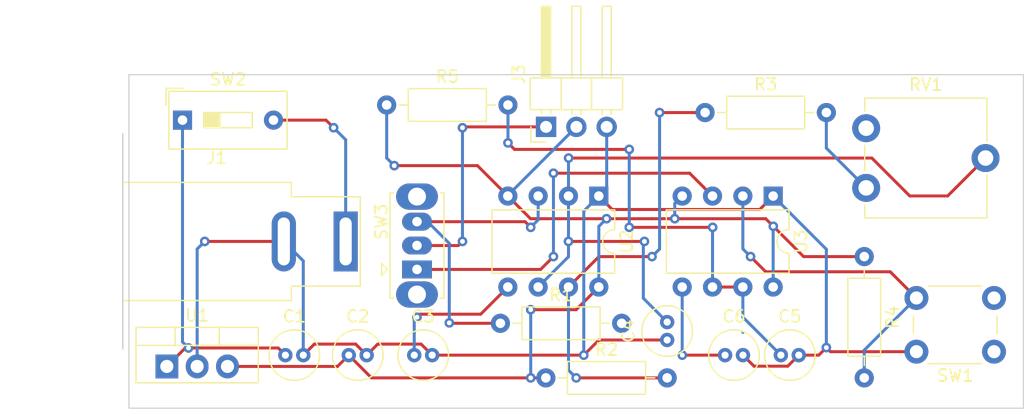
<source format=kicad_pcb>
(kicad_pcb (version 20221018) (generator pcbnew)
  (layers (0 "F.Cu" signal) (31 "B.Cu" signal) (34 "B.Paste" user) (35 "F.Paste" user) (36 "B.SilkS" user "B.Silkscreen") (37 "F.SilkS" user "F.Silkscreen") (38 "B.Mask" user) (39 "F.Mask" user) (44 "Edge.Cuts" user))
  (net 0 "")
  (net 1 "VCC")
  (net 2 "GND")
  (net 3 "+5V")
  (net 4 "Net-(U2-CV)")
  (net 5 "Net-(U2-THR)")
  (net 6 "Net-(U3-DIS)")
  (net 7 "Net-(U3-CV)")
  (net 8 "Clock")
  (net 9 "Net-(U2-DIS)")
  (net 10 "Net-(R3-Pad2)")
  (net 11 "Net-(U3-TR)")
  (net 13 "Manual Clk")
  (net 14 "Net-(SW2-A)")
  (net 15 "Net-(J3-Pin_1)")
  (footprint "Capacitor_THT:C_Radial_D4.0mm_H7.0mm_P1.50mm" (layer "F.Cu") (at 156.21 65.405 90)
    (fp_text reference "C4" (at 0.75 -3.25 90) (layer "F.SilkS"))
    (fp_text value "1μF")
    (fp_circle (center 0.75 0) (end 2.87 0) (stroke (width 0.12)) (fill none) (layer "F.SilkS"))
    (pad "1" thru_hole circle (at 0 0 90) (size 1.2 1.2) (drill 0.6) (layers "*.Cu" "*.Mask") (net 2 "GND"))
    (pad "2" thru_hole circle (at 1.5 0 90) (size 1.2 1.2) (drill 0.6) (layers "*.Cu" "*.Mask") (net 5 "Net-(U2-THR)"))
  )
  (footprint "Capacitor_THT:C_Radial_D4.0mm_H7.0mm_P1.50mm" (layer "F.Cu") (at 165.735 66.675)
    (fp_text reference "C5" (at 0.75 -3.25) (layer "F.SilkS"))
    (fp_text value ".1μF")
    (fp_circle (center 0.75 0) (end 2.87 0) (stroke (width 0.12)) (fill none) (layer "F.SilkS"))
    (pad "1" thru_hole circle (at 0 0) (size 1.2 1.2) (drill 0.6) (layers "*.Cu" "*.Mask") (net 6 "Net-(U3-DIS)"))
    (pad "2" thru_hole circle (at 1.5 0) (size 1.2 1.2) (drill 0.6) (layers "*.Cu" "*.Mask") (net 2 "GND"))
  )
  (footprint "Resistor_THT:R_Axial_DIN0207_L6.3mm_D2.5mm_P10.16mm_Horizontal" (layer "F.Cu") (at 142.24 64.008)
    (fp_text reference "R1" (at 5.08 -2.37) (layer "F.SilkS"))
    (fp_text value "220")
    (fp_line (start 1.04 0) (end 1.81 0) (stroke (width 0.12)) (layer "F.SilkS"))
    (fp_line (start 1.81 -1.37) (end 1.81 1.37) (stroke (width 0.12)) (layer "F.SilkS"))
    (fp_line (start 1.81 1.37) (end 8.35 1.37) (stroke (width 0.12)) (layer "F.SilkS"))
    (fp_line (start 8.35 -1.37) (end 1.81 -1.37) (stroke (width 0.12)) (layer "F.SilkS"))
    (fp_line (start 8.35 1.37) (end 8.35 -1.37) (stroke (width 0.12)) (layer "F.SilkS"))
    (fp_line (start 9.12 0) (end 8.35 0) (stroke (width 0.12)) (layer "F.SilkS"))
    (pad "1" thru_hole circle (at 0 0) (size 1.6 1.6) (drill 0.8) (layers "*.Cu" "*.Mask") (net 8 "Clock"))
    (pad "2" thru_hole oval (at 10.16 0) (size 1.6 1.6) (drill 0.8) (layers "*.Cu" "*.Mask") (net 2 "GND"))
  )
  (footprint "Potentiometer_THT:Potentiometer_ACP_CA9-V10_Vertical_Hole" (layer "F.Cu") (at 172.88 52.665)
    (fp_text reference "RV1" (at 5 -8.65) (layer "F.SilkS"))
    (fp_text value "1M")
    (fp_line (start -0.12 -7.521) (end -0.12 -6.426) (stroke (width 0.12)) (layer "F.SilkS"))
    (fp_line (start -0.12 -7.521) (end 10.12 -7.521) (stroke (width 0.12)) (layer "F.SilkS"))
    (fp_line (start -0.12 -3.574) (end -0.12 -1.425) (stroke (width 0.12)) (layer "F.SilkS"))
    (fp_line (start -0.12 1.425) (end -0.12 2.52) (stroke (width 0.12)) (layer "F.SilkS"))
    (fp_line (start -0.12 2.52) (end 10.12 2.52) (stroke (width 0.12)) (layer "F.SilkS"))
    (fp_line (start 10.12 -7.521) (end 10.12 -3.925) (stroke (width 0.12)) (layer "F.SilkS"))
    (fp_line (start 10.12 -1.075) (end 10.12 2.52) (stroke (width 0.12)) (layer "F.SilkS"))
    (pad "" np_thru_hole circle (at 5 -2.5) (size 4 4) (drill 4) (layers "*.Cu" "*.Mask"))
    (pad "1" thru_hole circle (at 0 0) (size 2.34 2.34) (drill 1.3) (layers "*.Cu" "*.Mask") (net 10 "Net-(R3-Pad2)"))
    (pad "2" thru_hole circle (at 10 -2.5) (size 2.34 2.34) (drill 1.3) (layers "*.Cu" "*.Mask") (net 5 "Net-(U2-THR)"))
    (pad "3" thru_hole circle (at 0 -5) (size 2.34 2.34) (drill 1.3) (layers "*.Cu" "*.Mask"))
  )
  (footprint "Connector_BarrelJack:BarrelJack_SwitchcraftConxall_RAPC10U_Horizontal" (layer "F.Cu") (at 129.28 57.15)
    (fp_text reference "J1" (at -10.8 -7) (layer "F.SilkS"))
    (fp_text value "Barrel_Jack")
    (fp_line (start -18.55 4.945) (end -4.55 4.945) (stroke (width 0.12)) (layer "F.SilkS"))
    (fp_line (start -4.55 -4.945) (end -18.55 -4.945) (stroke (width 0.12)) (layer "F.SilkS"))
    (fp_line (start -4.55 -3.74) (end -4.55 -4.945) (stroke (width 0.12)) (layer "F.SilkS"))
    (fp_line (start -4.55 3.74) (end 1.22 3.74) (stroke (width 0.12)) (layer "F.SilkS"))
    (fp_line (start -4.55 4.945) (end -4.55 3.74) (stroke (width 0.12)) (layer "F.SilkS"))
    (fp_line (start 1.22 -3.74) (end -4.55 -3.74) (stroke (width 0.12)) (layer "F.SilkS"))
    (fp_line (start 1.22 3.74) (end 1.22 -3.74) (stroke (width 0.12)) (layer "F.SilkS"))
    (fp_line (start -18.67 -9) (end -18.67 9) (stroke (width 0.12)) (layer "Edge.Cuts"))
    (pad "1" thru_hole rect (at 0 0) (size 2.02 5.02) (drill oval 1.02 4.02) (layers "*.Cu" "*.Mask") (net 1 "VCC"))
    (pad "2" thru_hole oval (at -5.18 0) (size 2.02 5.02) (drill oval 1.02 4.02) (layers "*.Cu" "*.Mask") (net 2 "GND"))
  )
  (footprint "Button_Switch_THT:SW_Slide_1P2T_CK_OS102011MS2Q" (layer "F.Cu") (at 135.255 59.495 90)
    (fp_text reference "SW3" (at 3.99 -2.99 90) (layer "F.SilkS"))
    (fp_text value "SW_SPDT")
    (fp_line (start -2.41 -2.26) (end 6.41 -2.26) (stroke (width 0.12)) (layer "F.SilkS"))
    (fp_line (start -2.41 -1.95) (end -2.41 -2.26) (stroke (width 0.12)) (layer "F.SilkS"))
    (fp_line (start -2.41 2.26) (end -2.41 1.95) (stroke (width 0.12)) (layer "F.SilkS"))
    (fp_line (start -0.5 -2.96) (end 0 -2.46) (stroke (width 0.12)) (layer "F.SilkS"))
    (fp_line (start 0 -2.46) (end 0.5 -2.96) (stroke (width 0.12)) (layer "F.SilkS"))
    (fp_line (start 0.5 -2.96) (end -0.5 -2.96) (stroke (width 0.12)) (layer "F.SilkS"))
    (fp_line (start 6.41 -2.26) (end 6.41 -1.95) (stroke (width 0.12)) (layer "F.SilkS"))
    (fp_line (start 6.41 2.26) (end -2.41 2.26) (stroke (width 0.12)) (layer "F.SilkS"))
    (fp_line (start 6.41 2.26) (end 6.41 1.95) (stroke (width 0.12)) (layer "F.SilkS"))
    (pad "" thru_hole oval (at -2.1 0 90) (size 2.2 3.5) (drill 1.5) (layers "*.Cu" "*.Mask"))
    (pad "" thru_hole oval (at 6.1 0 90) (size 2.2 3.5) (drill 1.5) (layers "*.Cu" "*.Mask"))
    (pad "1" thru_hole rect (at 0 0 90) (size 1.5 2.5) (drill 0.8) (layers "*.Cu" "*.Mask") (net 13 "Manual Clk"))
    (pad "2" thru_hole oval (at 2 0 90) (size 1.5 2.5) (drill 0.8) (layers "*.Cu" "*.Mask") (net 15 "Net-(J3-Pin_1)"))
    (pad "3" thru_hole oval (at 4 0 90) (size 1.5 2.5) (drill 0.8) (layers "*.Cu" "*.Mask") (net 8 "Clock"))
  )
  (footprint "Resistor_THT:R_Axial_DIN0207_L6.3mm_D2.5mm_P10.16mm_Horizontal" (layer "F.Cu") (at 159.385 46.355)
    (fp_text reference "R3" (at 5.08 -2.37) (layer "F.SilkS"))
    (fp_text value "1k")
    (fp_line (start 1.04 0) (end 1.81 0) (stroke (width 0.12)) (layer "F.SilkS"))
    (fp_line (start 1.81 -1.37) (end 1.81 1.37) (stroke (width 0.12)) (layer "F.SilkS"))
    (fp_line (start 1.81 1.37) (end 8.35 1.37) (stroke (width 0.12)) (layer "F.SilkS"))
    (fp_line (start 8.35 -1.37) (end 1.81 -1.37) (stroke (width 0.12)) (layer "F.SilkS"))
    (fp_line (start 8.35 1.37) (end 8.35 -1.37) (stroke (width 0.12)) (layer "F.SilkS"))
    (fp_line (start 9.12 0) (end 8.35 0) (stroke (width 0.12)) (layer "F.SilkS"))
    (pad "1" thru_hole circle (at 0 0) (size 1.6 1.6) (drill 0.8) (layers "*.Cu" "*.Mask") (net 9 "Net-(U2-DIS)"))
    (pad "2" thru_hole oval (at 10.16 0) (size 1.6 1.6) (drill 0.8) (layers "*.Cu" "*.Mask") (net 10 "Net-(R3-Pad2)"))
  )
  (footprint "Capacitor_THT:C_Radial_D4.0mm_H7.0mm_P1.50mm" (layer "F.Cu") (at 161.06 66.675)
    (fp_text reference "C6" (at 0.75 -3.25) (layer "F.SilkS"))
    (fp_text value ".01μF")
    (fp_circle (center 0.75 0) (end 2.87 0) (stroke (width 0.12)) (fill none) (layer "F.SilkS"))
    (pad "1" thru_hole circle (at 0 0) (size 1.2 1.2) (drill 0.6) (layers "*.Cu" "*.Mask") (net 7 "Net-(U3-CV)"))
    (pad "2" thru_hole circle (at 1.5 0) (size 1.2 1.2) (drill 0.6) (layers "*.Cu" "*.Mask") (net 2 "GND"))
  )
  (footprint "Package_DIP:DIP-8_W7.62mm" (layer "F.Cu") (at 165.09 53.35 -90)
    (fp_text reference "U3" (at 3.81 -2.33 90) (layer "F.SilkS"))
    (fp_text value "NE555P")
    (fp_line (start 1.16 -1.33) (end 1.16 8.95) (stroke (width 0.12)) (layer "F.SilkS"))
    (fp_line (start 1.16 8.95) (end 6.46 8.95) (stroke (width 0.12)) (layer "F.SilkS"))
    (fp_line (start 2.81 -1.33) (end 1.16 -1.33) (stroke (width 0.12)) (layer "F.SilkS"))
    (fp_line (start 6.46 -1.33) (end 4.81 -1.33) (stroke (width 0.12)) (layer "F.SilkS"))
    (fp_line (start 6.46 8.95) (end 6.46 -1.33) (stroke (width 0.12)) (layer "F.SilkS"))
    (fp_arc (start 4.81 -1.33) (mid 3.81 -0.33) (end 2.81 -1.33) (stroke (width 0.12)) (layer "F.SilkS"))
    (pad "1" thru_hole rect (at 0 0 270) (size 1.6 1.6) (drill 0.8) (layers "*.Cu" "*.Mask") (net 2 "GND"))
    (pad "2" thru_hole oval (at 0 2.54 270) (size 1.6 1.6) (drill 0.8) (layers "*.Cu" "*.Mask") (net 11 "Net-(U3-TR)"))
    (pad "3" thru_hole oval (at 0 5.08 270) (size 1.6 1.6) (drill 0.8) (layers "*.Cu" "*.Mask") (net 13 "Manual Clk"))
    (pad "4" thru_hole oval (at 0 7.62 270) (size 1.6 1.6) (drill 0.8) (layers "*.Cu" "*.Mask") (net 3 "+5V"))
    (pad "5" thru_hole oval (at 7.62 7.62 270) (size 1.6 1.6) (drill 0.8) (layers "*.Cu" "*.Mask") (net 7 "Net-(U3-CV)"))
    (pad "6" thru_hole oval (at 7.62 5.08 270) (size 1.6 1.6) (drill 0.8) (layers "*.Cu" "*.Mask") (net 6 "Net-(U3-DIS)"))
    (pad "7" thru_hole oval (at 7.62 2.54 270) (size 1.6 1.6) (drill 0.8) (layers "*.Cu" "*.Mask") (net 6 "Net-(U3-DIS)"))
    (pad "8" thru_hole oval (at 7.62 0 270) (size 1.6 1.6) (drill 0.8) (layers "*.Cu" "*.Mask") (net 3 "+5V"))
  )
  (footprint "Capacitor_THT:C_Radial_D4.0mm_H7.0mm_P1.50mm" (layer "F.Cu") (at 135.025 66.675)
    (fp_text reference "C3" (at 0.75 -3.25) (layer "F.SilkS"))
    (fp_text value "0.01μF")
    (fp_circle (center 0.75 0) (end 2.87 0) (stroke (width 0.12)) (fill none) (layer "F.SilkS"))
    (pad "1" thru_hole circle (at 0 0) (size 1.2 1.2) (drill 0.6) (layers "*.Cu" "*.Mask") (net 4 "Net-(U2-CV)"))
    (pad "2" thru_hole circle (at 1.5 0) (size 1.2 1.2) (drill 0.6) (layers "*.Cu" "*.Mask") (net 2 "GND"))
  )
  (footprint "Package_DIP:DIP-8_W7.62mm" (layer "F.Cu") (at 150.485 53.35 -90)
    (fp_text reference "U2" (at 3.81 -2.33 90) (layer "F.SilkS"))
    (fp_text value "NE555P")
    (fp_line (start 1.16 -1.33) (end 1.16 8.95) (stroke (width 0.12)) (layer "F.SilkS"))
    (fp_line (start 1.16 8.95) (end 6.46 8.95) (stroke (width 0.12)) (layer "F.SilkS"))
    (fp_line (start 2.81 -1.33) (end 1.16 -1.33) (stroke (width 0.12)) (layer "F.SilkS"))
    (fp_line (start 6.46 -1.33) (end 4.81 -1.33) (stroke (width 0.12)) (layer "F.SilkS"))
    (fp_line (start 6.46 8.95) (end 6.46 -1.33) (stroke (width 0.12)) (layer "F.SilkS"))
    (fp_arc (start 4.81 -1.33) (mid 3.81 -0.33) (end 2.81 -1.33) (stroke (width 0.12)) (layer "F.SilkS"))
    (pad "1" thru_hole rect (at 0 0 270) (size 1.6 1.6) (drill 0.8) (layers "*.Cu" "*.Mask") (net 2 "GND"))
    (pad "2" thru_hole oval (at 0 2.54 270) (size 1.6 1.6) (drill 0.8) (layers "*.Cu" "*.Mask") (net 5 "Net-(U2-THR)"))
    (pad "3" thru_hole oval (at 0 5.08 270) (size 1.6 1.6) (drill 0.8) (layers "*.Cu" "*.Mask") (net 8 "Clock"))
    (pad "4" thru_hole oval (at 0 7.62 270) (size 1.6 1.6) (drill 0.8) (layers "*.Cu" "*.Mask") (net 3 "+5V"))
    (pad "5" thru_hole oval (at 7.62 7.62 270) (size 1.6 1.6) (drill 0.8) (layers "*.Cu" "*.Mask") (net 4 "Net-(U2-CV)"))
    (pad "6" thru_hole oval (at 7.62 5.08 270) (size 1.6 1.6) (drill 0.8) (layers "*.Cu" "*.Mask") (net 5 "Net-(U2-THR)"))
    (pad "7" thru_hole oval (at 7.62 2.54 270) (size 1.6 1.6) (drill 0.8) (layers "*.Cu" "*.Mask") (net 9 "Net-(U2-DIS)"))
    (pad "8" thru_hole oval (at 7.62 0 270) (size 1.6 1.6) (drill 0.8) (layers "*.Cu" "*.Mask") (net 3 "+5V"))
  )
  (footprint "Resistor_THT:R_Axial_DIN0207_L6.3mm_D2.5mm_P10.16mm_Horizontal" (layer "F.Cu") (at 132.715 45.72)
    (fp_text reference "R5" (at 5.08 -2.37) (layer "F.SilkS"))
    (fp_text value "1M")
    (fp_line (start 1.04 0) (end 1.81 0) (stroke (width 0.12)) (layer "F.SilkS"))
    (fp_line (start 1.81 -1.37) (end 1.81 1.37) (stroke (width 0.12)) (layer "F.SilkS"))
    (fp_line (start 1.81 1.37) (end 8.35 1.37) (stroke (width 0.12)) (layer "F.SilkS"))
    (fp_line (start 8.35 -1.37) (end 1.81 -1.37) (stroke (width 0.12)) (layer "F.SilkS"))
    (fp_line (start 8.35 1.37) (end 8.35 -1.37) (stroke (width 0.12)) (layer "F.SilkS"))
    (fp_line (start 9.12 0) (end 8.35 0) (stroke (width 0.12)) (layer "F.SilkS"))
    (pad "1" thru_hole circle (at 0 0) (size 1.6 1.6) (drill 0.8) (layers "*.Cu" "*.Mask") (net 3 "+5V"))
    (pad "2" thru_hole oval (at 10.16 0) (size 1.6 1.6) (drill 0.8) (layers "*.Cu" "*.Mask") (net 6 "Net-(U3-DIS)"))
  )
  (footprint "Capacitor_THT:C_Radial_D4.0mm_H7.0mm_P1.50mm" (layer "F.Cu") (at 124.23 66.675)
    (fp_text reference "C1" (at 0.75 -3.25) (layer "F.SilkS"))
    (fp_text value "0.33μF")
    (fp_circle (center 0.75 0) (end 2.87 0) (stroke (width 0.12)) (fill none) (layer "F.SilkS"))
    (pad "1" thru_hole circle (at 0 0) (size 1.2 1.2) (drill 0.6) (layers "*.Cu" "*.Mask") (net 14 "Net-(SW2-A)"))
    (pad "2" thru_hole circle (at 1.5 0) (size 1.2 1.2) (drill 0.6) (layers "*.Cu" "*.Mask") (net 2 "GND"))
  )
  (footprint "Button_Switch_THT:SW_PUSH_6mm" (layer "F.Cu") (at 183.59 66.385 180)
    (fp_text reference "SW1" (at 3.25 -2) (layer "F.SilkS"))
    (fp_text value "SW_Push")
    (fp_line (start -0.25 1.5) (end -0.25 3) (stroke (width 0.12)) (layer "F.SilkS"))
    (fp_line (start 1 5.5) (end 5.5 5.5) (stroke (width 0.12)) (layer "F.SilkS"))
    (fp_line (start 5.5 -1) (end 1 -1) (stroke (width 0.12)) (layer "F.SilkS"))
    (fp_line (start 6.75 3) (end 6.75 1.5) (stroke (width 0.12)) (layer "F.SilkS"))
    (pad "1" thru_hole circle (at 0 0 270) (size 2 2) (drill 1.1) (layers "*.Cu" "*.Mask") (net 2 "GND"))
    (pad "1" thru_hole circle (at 6.5 0 270) (size 2 2) (drill 1.1) (layers "*.Cu" "*.Mask") (net 2 "GND"))
    (pad "2" thru_hole circle (at 0 4.5 270) (size 2 2) (drill 1.1) (layers "*.Cu" "*.Mask") (net 11 "Net-(U3-TR)"))
    (pad "2" thru_hole circle (at 6.5 4.5 270) (size 2 2) (drill 1.1) (layers "*.Cu" "*.Mask") (net 11 "Net-(U3-TR)"))
  )
  (footprint "Connector_PinHeader_2.54mm:PinHeader_1x03_P2.54mm_Horizontal" (layer "F.Cu") (at 146.065 47.555 90)
    (fp_text reference "J3" (at 4.385 -2.27 90) (layer "F.SilkS"))
    (fp_text value "Conn_01x03_Pin")
    (fp_line (start -1.27 -1.27) (end 0 -1.27) (stroke (width 0.12)) (layer "F.SilkS"))
    (fp_line (start -1.27 0) (end -1.27 -1.27) (stroke (width 0.12)) (layer "F.SilkS"))
    (fp_line (start 1.042929 2.16) (end 1.44 2.16) (stroke (width 0.12)) (layer "F.SilkS"))
    (fp_line (start 1.042929 2.92) (end 1.44 2.92) (stroke (width 0.12)) (layer "F.SilkS"))
    (fp_line (start 1.042929 4.7) (end 1.44 4.7) (stroke (width 0.12)) (layer "F.SilkS"))
    (fp_line (start 1.042929 5.46) (end 1.44 5.46) (stroke (width 0.12)) (layer "F.SilkS"))
    (fp_line (start 1.11 -0.38) (end 1.44 -0.38) (stroke (width 0.12)) (layer "F.SilkS"))
    (fp_line (start 1.11 0.38) (end 1.44 0.38) (stroke (width 0.12)) (layer "F.SilkS"))
    (fp_line (start 1.44 -1.33) (end 1.44 6.41) (stroke (width 0.12)) (layer "F.SilkS"))
    (fp_line (start 1.44 1.27) (end 4.1 1.27) (stroke (width 0.12)) (layer "F.SilkS"))
    (fp_line (start 1.44 3.81) (end 4.1 3.81) (stroke (width 0.12)) (layer "F.SilkS"))
    (fp_line (start 1.44 6.41) (end 4.1 6.41) (stroke (width 0.12)) (layer "F.SilkS"))
    (fp_line (start 4.1 -1.33) (end 1.44 -1.33) (stroke (width 0.12)) (layer "F.SilkS"))
    (fp_line (start 4.1 -0.38) (end 10.1 -0.38) (stroke (width 0.12)) (layer "F.SilkS"))
    (fp_line (start 4.1 -0.32) (end 10.1 -0.32) (stroke (width 0.12)) (layer "F.SilkS"))
    (fp_line (start 4.1 -0.2) (end 10.1 -0.2) (stroke (width 0.12)) (layer "F.SilkS"))
    (fp_line (start 4.1 -0.08) (end 10.1 -0.08) (stroke (width 0.12)) (layer "F.SilkS"))
    (fp_line (start 4.1 0.04) (end 10.1 0.04) (stroke (width 0.12)) (layer "F.SilkS"))
    (fp_line (start 4.1 0.16) (end 10.1 0.16) (stroke (width 0.12)) (layer "F.SilkS"))
    (fp_line (start 4.1 0.28) (end 10.1 0.28) (stroke (width 0.12)) (layer "F.SilkS"))
    (fp_line (start 4.1 2.16) (end 10.1 2.16) (stroke (width 0.12)) (layer "F.SilkS"))
    (fp_line (start 4.1 4.7) (end 10.1 4.7) (stroke (width 0.12)) (layer "F.SilkS"))
    (fp_line (start 4.1 6.41) (end 4.1 -1.33) (stroke (width 0.12)) (layer "F.SilkS"))
    (fp_line (start 10.1 -0.38) (end 10.1 0.38) (stroke (width 0.12)) (layer "F.SilkS"))
    (fp_line (start 10.1 0.38) (end 4.1 0.38) (stroke (width 0.12)) (layer "F.SilkS"))
    (fp_line (start 10.1 2.16) (end 10.1 2.92) (stroke (width 0.12)) (layer "F.SilkS"))
    (fp_line (start 10.1 2.92) (end 4.1 2.92) (stroke (width 0.12)) (layer "F.SilkS"))
    (fp_line (start 10.1 4.7) (end 10.1 5.46) (stroke (width 0.12)) (layer "F.SilkS"))
    (fp_line (start 10.1 5.46) (end 4.1 5.46) (stroke (width 0.12)) (layer "F.SilkS"))
    (pad "1" thru_hole rect (at 0 0 90) (size 1.7 1.7) (drill 1) (layers "*.Cu" "*.Mask") (net 15 "Net-(J3-Pin_1)"))
    (pad "2" thru_hole oval (at 0 2.54 90) (size 1.7 1.7) (drill 1) (layers "*.Cu" "*.Mask") (net 3 "+5V"))
    (pad "3" thru_hole oval (at 0 5.08 90) (size 1.7 1.7) (drill 1) (layers "*.Cu" "*.Mask") (net 2 "GND"))
  )
  (footprint "Resistor_THT:R_Axial_DIN0207_L6.3mm_D2.5mm_P10.16mm_Horizontal" (layer "F.Cu") (at 146.05 68.58)
    (fp_text reference "R2" (at 5.08 -2.37) (layer "F.SilkS"))
    (fp_text value "1k")
    (fp_line (start 1.04 0) (end 1.81 0) (stroke (width 0.12)) (layer "F.SilkS"))
    (fp_line (start 1.81 -1.37) (end 1.81 1.37) (stroke (width 0.12)) (layer "F.SilkS"))
    (fp_line (start 1.81 1.37) (end 8.35 1.37) (stroke (width 0.12)) (layer "F.SilkS"))
    (fp_line (start 8.35 -1.37) (end 1.81 -1.37) (stroke (width 0.12)) (layer "F.SilkS"))
    (fp_line (start 8.35 1.37) (end 8.35 -1.37) (stroke (width 0.12)) (layer "F.SilkS"))
    (fp_line (start 9.12 0) (end 8.35 0) (stroke (width 0.12)) (layer "F.SilkS"))
    (pad "1" thru_hole circle (at 0 0) (size 1.6 1.6) (drill 0.8) (layers "*.Cu" "*.Mask") (net 3 "+5V"))
    (pad "2" thru_hole oval (at 10.16 0) (size 1.6 1.6) (drill 0.8) (layers "*.Cu" "*.Mask") (net 9 "Net-(U2-DIS)"))
  )
  (footprint "Resistor_THT:R_Axial_DIN0207_L6.3mm_D2.5mm_P10.16mm_Horizontal" (layer "F.Cu") (at 172.72 58.42 -90)
    (fp_text reference "R4" (at 5.08 -2.37 90) (layer "F.SilkS"))
    (fp_text value "220")
    (fp_line (start 1.04 0) (end 1.81 0) (stroke (width 0.12)) (layer "F.SilkS"))
    (fp_line (start 1.81 -1.37) (end 1.81 1.37) (stroke (width 0.12)) (layer "F.SilkS"))
    (fp_line (start 1.81 1.37) (end 8.35 1.37) (stroke (width 0.12)) (layer "F.SilkS"))
    (fp_line (start 8.35 -1.37) (end 1.81 -1.37) (stroke (width 0.12)) (layer "F.SilkS"))
    (fp_line (start 8.35 1.37) (end 8.35 -1.37) (stroke (width 0.12)) (layer "F.SilkS"))
    (fp_line (start 9.12 0) (end 8.35 0) (stroke (width 0.12)) (layer "F.SilkS"))
    (pad "1" thru_hole circle (at 0 0 270) (size 1.6 1.6) (drill 0.8) (layers "*.Cu" "*.Mask") (net 3 "+5V"))
    (pad "2" thru_hole oval (at 10.16 0 270) (size 1.6 1.6) (drill 0.8) (layers "*.Cu" "*.Mask") (net 11 "Net-(U3-TR)"))
  )
  (footprint "Capacitor_THT:C_Radial_D4.0mm_H7.0mm_P1.50mm" (layer "F.Cu") (at 129.54 66.675)
    (fp_text reference "C2" (at 0.75 -3.25) (layer "F.SilkS"))
    (fp_text value "0.1μF")
    (fp_circle (center 0.75 0) (end 2.87 0) (stroke (width 0.12)) (fill none) (layer "F.SilkS"))
    (pad "1" thru_hole circle (at 0 0) (size 1.2 1.2) (drill 0.6) (layers "*.Cu" "*.Mask") (net 3 "+5V"))
    (pad "2" thru_hole circle (at 1.5 0) (size 1.2 1.2) (drill 0.6) (layers "*.Cu" "*.Mask") (net 2 "GND"))
  )
  (footprint "Package_TO_SOT_THT:TO-220-3_Vertical" (layer "F.Cu") (at 114.3 67.62)
    (fp_text reference "U1" (at 2.54 -4.27) (layer "F.SilkS"))
    (fp_text value "L7805")
    (fp_line (start -2.58 -3.27) (end -2.58 1.371) (stroke (width 0.12)) (layer "F.SilkS"))
    (fp_line (start -2.58 -3.27) (end 7.66 -3.27) (stroke (width 0.12)) (layer "F.SilkS"))
    (fp_line (start -2.58 -1.76) (end 7.66 -1.76) (stroke (width 0.12)) (layer "F.SilkS"))
    (fp_line (start -2.58 1.371) (end 7.66 1.371) (stroke (width 0.12)) (layer "F.SilkS"))
    (fp_line (start 0.69 -3.27) (end 0.69 -1.76) (stroke (width 0.12)) (layer "F.SilkS"))
    (fp_line (start 4.391 -3.27) (end 4.391 -1.76) (stroke (width 0.12)) (layer "F.SilkS"))
    (fp_line (start 7.66 -3.27) (end 7.66 1.371) (stroke (width 0.12)) (layer "F.SilkS"))
    (pad "1" thru_hole rect (at 0 0) (size 1.905 2) (drill 1.1) (layers "*.Cu" "*.Mask") (net 14 "Net-(SW2-A)"))
    (pad "2" thru_hole oval (at 2.54 0) (size 1.905 2) (drill 1.1) (layers "*.Cu" "*.Mask") (net 2 "GND"))
    (pad "3" thru_hole oval (at 5.08 0) (size 1.905 2) (drill 1.1) (layers "*.Cu" "*.Mask") (net 3 "+5V"))
  )
  (footprint "Button_Switch_THT:SW_DIP_SPSTx01_Slide_9.78x4.72mm_W7.62mm_P2.54mm" (layer "F.Cu") (at 115.6125 46.99)
    (fp_text reference "SW2" (at 3.81 -3.42) (layer "F.SilkS"))
    (fp_text value "SW_SPST")
    (fp_line (start -1.38 -2.66) (end -1.38 -1.277) (stroke (width 0.12)) (layer "F.SilkS"))
    (fp_line (start -1.38 -2.66) (end 0.004 -2.66) (stroke (width 0.12)) (layer "F.SilkS"))
    (fp_line (start -1.14 -2.42) (end -1.14 2.42) (stroke (width 0.12)) (layer "F.SilkS"))
    (fp_line (start -1.14 -2.42) (end 8.76 -2.42) (stroke (width 0.12)) (layer "F.SilkS"))
    (fp_line (start -1.14 2.42) (end 8.76 2.42) (stroke (width 0.12)) (layer "F.SilkS"))
    (fp_line (start 1.78 -0.635) (end 1.78 0.635) (stroke (width 0.12)) (layer "F.SilkS"))
    (fp_line (start 1.78 -0.515) (end 3.133333 -0.515) (stroke (width 0.12)) (layer "F.SilkS"))
    (fp_line (start 1.78 -0.395) (end 3.133333 -0.395) (stroke (width 0.12)) (layer "F.SilkS"))
    (fp_line (start 1.78 -0.275) (end 3.133333 -0.275) (stroke (width 0.12)) (layer "F.SilkS"))
    (fp_line (start 1.78 -0.155) (end 3.133333 -0.155) (stroke (width 0.12)) (layer "F.SilkS"))
    (fp_line (start 1.78 -0.035) (end 3.133333 -0.035) (stroke (width 0.12)) (layer "F.SilkS"))
    (fp_line (start 1.78 0.085) (end 3.133333 0.085) (stroke (width 0.12)) (layer "F.SilkS"))
    (fp_line (start 1.78 0.205) (end 3.133333 0.205) (stroke (width 0.12)) (layer "F.SilkS"))
    (fp_line (start 1.78 0.325) (end 3.133333 0.325) (stroke (width 0.12)) (layer "F.SilkS"))
    (fp_line (start 1.78 0.445) (end 3.133333 0.445) (stroke (width 0.12)) (layer "F.SilkS"))
    (fp_line (start 1.78 0.565) (end 3.133333 0.565) (stroke (width 0.12)) (layer "F.SilkS"))
    (fp_line (start 1.78 0.635) (end 5.84 0.635) (stroke (width 0.12)) (layer "F.SilkS"))
    (fp_line (start 3.133333 -0.635) (end 3.133333 0.635) (stroke (width 0.12)) (layer "F.SilkS"))
    (fp_line (start 5.84 -0.635) (end 1.78 -0.635) (stroke (width 0.12)) (layer "F.SilkS"))
    (fp_line (start 5.84 0.635) (end 5.84 -0.635) (stroke (width 0.12)) (layer "F.SilkS"))
    (fp_line (start 8.76 -2.42) (end 8.76 2.42) (stroke (width 0.12)) (layer "F.SilkS"))
    (pad "1" thru_hole rect (at 0 0) (size 1.6 1.6) (drill 0.8) (layers "*.Cu" "*.Mask") (net 14 "Net-(SW2-A)"))
    (pad "2" thru_hole oval (at 7.62 0) (size 1.6 1.6) (drill 0.8) (layers "*.Cu" "*.Mask") (net 1 "VCC"))
  )
  (gr_rect (start 111.125 43.18) (end 186.055 71.12) (stroke (width 0.1)) (fill none) (layer "Edge.Cuts"))
  (segment (start 127.635 46.99) (end 123.2325 46.99) (width 0.25) (layer "F.Cu") (net 1))
  (segment (start 128.27 47.625) (end 127.635 46.99) (width 0.25) (layer "F.Cu") (net 1))
  (via (at 128.27 47.625) (size 0.8) (drill 0.4) (layers "F.Cu" "B.Cu") (net 1))
  (segment (start 129.28 57.15) (end 129.28 48.635) (width 0.25) (layer "B.Cu") (net 1))
  (segment (start 129.28 48.635) (end 128.27 47.625) (width 0.25) (layer "B.Cu") (net 1))
  (segment (start 163.965 54.475) (end 151.61 54.475) (width 0.25) (layer "F.Cu") (net 2))
  (segment (start 151.61 54.475) (end 150.485 53.35) (width 0.25) (layer "F.Cu") (net 2))
  (segment (start 162.56 66.675) (end 163.485 67.6) (width 0.25) (layer "F.Cu") (net 2))
  (segment (start 135.6 65.75) (end 131.965 65.75) (width 0.25) (layer "F.Cu") (net 2))
  (segment (start 166.31 67.6) (end 167.235 66.675) (width 0.25) (layer "F.Cu") (net 2))
  (segment (start 177.09 66.385) (end 169.89 66.385) (width 0.25) (layer "F.Cu") (net 2))
  (segment (start 125.73 66.675) (end 126.655 65.75) (width 0.25) (layer "F.Cu") (net 2))
  (segment (start 169.89 66.385) (end 169.545 66.04) (width 0.25) (layer "F.Cu") (net 2))
  (segment (start 168.91 66.675) (end 169.545 66.04) (width 0.25) (layer "F.Cu") (net 2))
  (segment (start 149.225 66.675) (end 150.495 65.405) (width 0.25) (layer "F.Cu") (net 2))
  (segment (start 167.235 66.675) (end 168.91 66.675) (width 0.25) (layer "F.Cu") (net 2))
  (segment (start 150.495 65.405) (end 156.21 65.405) (width 0.25) (layer "F.Cu") (net 2))
  (segment (start 136.525 66.675) (end 135.6 65.75) (width 0.25) (layer "F.Cu") (net 2))
  (segment (start 126.655 65.75) (end 130.115 65.75) (width 0.25) (layer "F.Cu") (net 2))
  (segment (start 130.115 65.75) (end 131.04 66.675) (width 0.25) (layer "F.Cu") (net 2))
  (segment (start 165.09 53.35) (end 163.965 54.475) (width 0.25) (layer "F.Cu") (net 2))
  (segment (start 117.475 57.15) (end 124.1 57.15) (width 0.25) (layer "F.Cu") (net 2))
  (segment (start 163.485 67.6) (end 166.31 67.6) (width 0.25) (layer "F.Cu") (net 2))
  (segment (start 149.225 66.675) (end 147.32 66.675) (width 0.25) (layer "F.Cu") (net 2))
  (segment (start 131.965 65.75) (end 131.04 66.675) (width 0.25) (layer "F.Cu") (net 2))
  (segment (start 136.525 66.675) (end 147.32 66.675) (width 0.25) (layer "F.Cu") (net 2))
  (via (at 149.225 66.675) (size 0.8) (drill 0.4) (layers "F.Cu" "B.Cu") (net 2))
  (via (at 169.545 66.04) (size 0.8) (drill 0.4) (layers "F.Cu" "B.Cu") (net 2))
  (via (at 117.475 57.15) (size 0.8) (drill 0.4) (layers "F.Cu" "B.Cu") (net 2))
  (segment (start 169.545 66.04) (end 169.545 64.77) (width 0.25) (layer "B.Cu") (net 2))
  (segment (start 149.225 64.77) (end 149.225 66.675) (width 0.25) (layer "B.Cu") (net 2))
  (segment (start 151.145 47.555) (end 151.145 52.69) (width 0.25) (layer "B.Cu") (net 2))
  (segment (start 151.145 52.69) (end 150.485 53.35) (width 0.25) (layer "B.Cu") (net 2))
  (segment (start 116.84 67.62) (end 116.84 57.785) (width 0.25) (layer "B.Cu") (net 2))
  (segment (start 169.545 64.77) (end 169.545 57.805) (width 0.25) (layer "B.Cu") (net 2))
  (segment (start 125.73 58.78) (end 124.1 57.15) (width 0.25) (layer "B.Cu") (net 2))
  (segment (start 169.545 57.805) (end 165.09 53.35) (width 0.25) (layer "B.Cu") (net 2))
  (segment (start 149.225 54.61) (end 149.225 64.77) (width 0.25) (layer "B.Cu") (net 2))
  (segment (start 125.73 66.675) (end 125.73 58.78) (width 0.25) (layer "B.Cu") (net 2))
  (segment (start 150.485 53.35) (end 149.225 54.61) (width 0.25) (layer "B.Cu") (net 2))
  (segment (start 116.84 57.785) (end 117.475 57.15) (width 0.25) (layer "B.Cu") (net 2))
  (segment (start 144.76 55.245) (end 142.865 53.35) (width 0.25) (layer "F.Cu") (net 3))
  (segment (start 172.72 58.42) (end 167.64 58.42) (width 0.25) (layer "F.Cu") (net 3))
  (segment (start 137.16 68.58) (end 144.78 68.58) (width 0.25) (layer "F.Cu") (net 3))
  (segment (start 146.05 68.58) (end 144.78 68.58) (width 0.25) (layer "F.Cu") (net 3))
  (segment (start 167.64 58.42) (end 165.1 55.88) (width 0.25) (layer "F.Cu") (net 3))
  (segment (start 151.13 55.245) (end 154.94 55.245) (width 0.25) (layer "F.Cu") (net 3))
  (segment (start 140.315 50.8) (end 142.865 53.35) (width 0.25) (layer "F.Cu") (net 3))
  (segment (start 151.13 55.245) (end 144.76 55.245) (width 0.25) (layer "F.Cu") (net 3))
  (segment (start 164.465 55.245) (end 165.1 55.88) (width 0.25) (layer "F.Cu") (net 3))
  (segment (start 154.94 55.245) (end 156.845 55.245) (width 0.25) (layer "F.Cu") (net 3))
  (segment (start 137.16 68.58) (end 131.445 68.58) (width 0.25) (layer "F.Cu") (net 3))
  (segment (start 144.78 62.865) (end 148.59 62.865) (width 0.25) (layer "F.Cu") (net 3))
  (segment (start 133.35 50.8) (end 140.315 50.8) (width 0.25) (layer "F.Cu") (net 3))
  (segment (start 128.595 67.62) (end 129.54 66.675) (width 0.25) (layer "F.Cu") (net 3))
  (segment (start 119.38 67.62) (end 128.595 67.62) (width 0.25) (layer "F.Cu") (net 3))
  (segment (start 131.445 68.58) (end 129.54 66.675) (width 0.25) (layer "F.Cu") (net 3))
  (segment (start 148.59 62.865) (end 150.485 60.97) (width 0.25) (layer "F.Cu") (net 3))
  (segment (start 156.845 55.245) (end 164.465 55.245) (width 0.25) (layer "F.Cu") (net 3))
  (via (at 156.845 55.245) (size 0.8) (drill 0.4) (layers "F.Cu" "B.Cu") (net 3))
  (via (at 144.78 68.58) (size 0.8) (drill 0.4) (layers "F.Cu" "B.Cu") (net 3))
  (via (at 144.78 62.865) (size 0.8) (drill 0.4) (layers "F.Cu" "B.Cu") (net 3))
  (via (at 151.13 55.245) (size 0.8) (drill 0.4) (layers "F.Cu" "B.Cu") (net 3))
  (via (at 165.1 55.88) (size 0.8) (drill 0.4) (layers "F.Cu" "B.Cu") (net 3))
  (via (at 133.35 50.8) (size 0.8) (drill 0.4) (layers "F.Cu" "B.Cu") (net 3))
  (segment (start 142.865 53.295) (end 142.865 53.35) (width 0.25) (layer "B.Cu") (net 3))
  (segment (start 148.605 47.555) (end 142.865 53.295) (width 0.25) (layer "B.Cu") (net 3))
  (segment (start 144.78 68.58) (end 144.78 62.865) (width 0.25) (layer "B.Cu") (net 3))
  (segment (start 165.09 55.89) (end 165.09 60.97) (width 0.25) (layer "B.Cu") (net 3))
  (segment (start 132.715 50.165) (end 133.35 50.8) (width 0.25) (layer "B.Cu") (net 3))
  (segment (start 150.485 55.89) (end 151.13 55.245) (width 0.25) (layer "B.Cu") (net 3))
  (segment (start 132.715 45.72) (end 132.715 50.165) (width 0.25) (layer "B.Cu") (net 3))
  (segment (start 165.1 55.88) (end 165.09 55.89) (width 0.25) (layer "B.Cu") (net 3))
  (segment (start 156.845 55.245) (end 156.845 53.975) (width 0.25) (layer "B.Cu") (net 3))
  (segment (start 156.845 53.975) (end 157.47 53.35) (width 0.25) (layer "B.Cu") (net 3))
  (segment (start 150.485 60.97) (end 150.485 55.89) (width 0.25) (layer "B.Cu") (net 3))
  (segment (start 135.255 63.5) (end 135.509999 63.245001) (width 0.25) (layer "F.Cu") (net 4))
  (segment (start 140.589999 63.245001) (end 142.865 60.97) (width 0.25) (layer "F.Cu") (net 4))
  (segment (start 135.509999 63.245001) (end 140.589999 63.245001) (width 0.25) (layer "F.Cu") (net 4))
  (via (at 135.255 63.5) (size 0.8) (drill 0.4) (layers "F.Cu" "B.Cu") (net 4))
  (segment (start 135.025 66.675) (end 135.025 63.73) (width 0.25) (layer "B.Cu") (net 4))
  (segment (start 135.025 63.73) (end 135.255 63.5) (width 0.25) (layer "B.Cu") (net 4))
  (segment (start 176.53 53.34) (end 173.355 50.165) (width 0.25) (layer "F.Cu") (net 5))
  (segment (start 182.88 50.165) (end 179.705 53.34) (width 0.25) (layer "F.Cu") (net 5))
  (segment (start 147.945 57.15) (end 154.305 57.15) (width 0.25) (layer "F.Cu") (net 5))
  (segment (start 179.705 53.34) (end 176.53 53.34) (width 0.25) (layer "F.Cu") (net 5))
  (segment (start 167.64 50.165) (end 147.955 50.165) (width 0.25) (layer "F.Cu") (net 5))
  (segment (start 173.355 50.165) (end 167.64 50.165) (width 0.25) (layer "F.Cu") (net 5))
  (via (at 147.955 50.165) (size 0.8) (drill 0.4) (layers "F.Cu" "B.Cu") (net 5))
  (via (at 147.945 57.15) (size 0.8) (drill 0.4) (layers "F.Cu" "B.Cu") (net 5))
  (via (at 154.305 57.15) (size 0.8) (drill 0.4) (layers "F.Cu" "B.Cu") (net 5))
  (segment (start 154.215 57.24) (end 154.215 61.91) (width 0.25) (layer "B.Cu") (net 5))
  (segment (start 147.955 50.165) (end 147.945 50.175) (width 0.25) (layer "B.Cu") (net 5))
  (segment (start 147.945 50.175) (end 147.945 53.35) (width 0.25) (layer "B.Cu") (net 5))
  (segment (start 147.945 58.43) (end 145.405 60.97) (width 0.25) (layer "B.Cu") (net 5))
  (segment (start 147.945 57.15) (end 147.945 58.43) (width 0.25) (layer "B.Cu") (net 5))
  (segment (start 154.215 61.91) (end 156.21 63.905) (width 0.25) (layer "B.Cu") (net 5))
  (segment (start 154.305 57.15) (end 154.215 57.24) (width 0.25) (layer "B.Cu") (net 5))
  (segment (start 147.945 53.35) (end 147.945 57.15) (width 0.25) (layer "B.Cu") (net 5))
  (segment (start 162.55 60.97) (end 160.01 60.97) (width 0.25) (layer "F.Cu") (net 6))
  (segment (start 143.4205 49.4405) (end 142.875 48.895) (width 0.25) (layer "F.Cu") (net 6))
  (segment (start 153.035 49.4405) (end 143.4205 49.4405) (width 0.25) (layer "F.Cu") (net 6))
  (segment (start 160.02 55.9695) (end 153.035 55.9695) (width 0.25) (layer "F.Cu") (net 6))
  (via (at 153.035 55.9695) (size 0.8) (drill 0.4) (layers "F.Cu" "B.Cu") (net 6))
  (via (at 142.875 48.895) (size 0.8) (drill 0.4) (layers "F.Cu" "B.Cu") (net 6))
  (via (at 160.02 55.9695) (size 0.8) (drill 0.4) (layers "F.Cu" "B.Cu") (net 6))
  (via (at 153.035 49.4405) (size 0.8) (drill 0.4) (layers "F.Cu" "B.Cu") (net 6))
  (segment (start 162.55 63.49) (end 162.55 60.97) (width 0.25) (layer "B.Cu") (net 6))
  (segment (start 142.875 48.895) (end 142.875 45.72) (width 0.25) (layer "B.Cu") (net 6))
  (segment (start 160.01 60.97) (end 160.01 55.9795) (width 0.25) (layer "B.Cu") (net 6))
  (segment (start 162.56 64.77) (end 162.55 64.76) (width 0.25) (layer "B.Cu") (net 6))
  (segment (start 153.035 55.9695) (end 153.035 49.4405) (width 0.25) (layer "B.Cu") (net 6))
  (segment (start 160.01 55.9795) (end 160.02 55.9695) (width 0.25) (layer "B.Cu") (net 6))
  (segment (start 165.735 66.675) (end 162.55 63.49) (width 0.25) (layer "B.Cu") (net 6))
  (segment (start 161.06 66.675) (end 157.48 66.675) (width 0.25) (layer "F.Cu") (net 7))
  (via (at 157.48 66.675) (size 0.8) (drill 0.4) (layers "F.Cu" "B.Cu") (net 7))
  (segment (start 157.47 66.665) (end 157.47 60.97) (width 0.25) (layer "B.Cu") (net 7))
  (segment (start 157.48 66.675) (end 157.47 66.665) (width 0.25) (layer "B.Cu") (net 7))
  (segment (start 137.997998 64.008) (end 137.959999 63.970001) (width 0.25) (layer "F.Cu") (net 8))
  (segment (start 135.255 55.495) (end 139.065 55.495) (width 0.25) (layer "F.Cu") (net 8))
  (segment (start 144.3055 55.495) (end 144.78 55.9695) (width 0.25) (layer "F.Cu") (net 8))
  (segment (start 139.065 55.495) (end 144.3055 55.495) (width 0.25) (layer "F.Cu") (net 8))
  (segment (start 142.24 64.008) (end 137.997998 64.008) (width 0.25) (layer "F.Cu") (net 8))
  (via (at 137.959999 63.970001) (size 0.8) (drill 0.4) (layers "F.Cu" "B.Cu") (net 8))
  (via (at 144.78 55.9695) (size 0.8) (drill 0.4) (layers "F.Cu" "B.Cu") (net 8))
  (segment (start 144.78 55.9695) (end 145.405 55.3445) (width 0.25) (layer "B.Cu") (net 8))
  (segment (start 137.959999 57.314999) (end 136.14 55.495) (width 0.25) (layer "B.Cu") (net 8))
  (segment (start 145.405 55.3445) (end 145.405 53.35) (width 0.25) (layer "B.Cu") (net 8))
  (segment (start 137.959999 63.970001) (end 137.959999 57.314999) (width 0.25) (layer "B.Cu") (net 8))
  (segment (start 136.14 55.495) (end 135.255 55.495) (width 0.25) (layer "B.Cu") (net 8))
  (segment (start 150.495 58.42) (end 147.945 60.97) (width 0.25) (layer "F.Cu") (net 9))
  (segment (start 148.59 68.58) (end 156.21 68.58) (width 0.25) (layer "F.Cu") (net 9))
  (segment (start 159.385 46.355) (end 155.575 46.355) (width 0.25) (layer "F.Cu") (net 9))
  (segment (start 154.94 58.42) (end 150.495 58.42) (width 0.25) (layer "F.Cu") (net 9))
  (via (at 155.575 46.355) (size 0.8) (drill 0.4) (layers "F.Cu" "B.Cu") (net 9))
  (via (at 154.94 58.42) (size 0.8) (drill 0.4) (layers "F.Cu" "B.Cu") (net 9))
  (via (at 148.59 68.58) (size 0.8) (drill 0.4) (layers "F.Cu" "B.Cu") (net 9))
  (segment (start 155.575 57.785) (end 154.94 58.42) (width 0.25) (layer "B.Cu") (net 9))
  (segment (start 147.945 60.97) (end 147.945 67.935) (width 0.25) (layer "B.Cu") (net 9))
  (segment (start 147.945 67.935) (end 148.59 68.58) (width 0.25) (layer "B.Cu") (net 9))
  (segment (start 155.575 46.355) (end 155.575 57.785) (width 0.25) (layer "B.Cu") (net 9))
  (segment (start 169.545 49.33) (end 172.88 52.665) (width 0.25) (layer "B.Cu") (net 10))
  (segment (start 169.545 46.355) (end 169.545 49.33) (width 0.25) (layer "B.Cu") (net 10))
  (segment (start 164.465 59.69) (end 174.895 59.69) (width 0.25) (layer "F.Cu") (net 11))
  (segment (start 174.895 59.69) (end 177.09 61.885) (width 0.25) (layer "F.Cu") (net 11))
  (segment (start 163.195 58.42) (end 164.465 59.69) (width 0.25) (layer "F.Cu") (net 11))
  (via (at 163.195 58.42) (size 0.8) (drill 0.4) (layers "F.Cu" "B.Cu") (net 11))
  (segment (start 172.72 68.58) (end 172.72 66.255) (width 0.25) (layer "B.Cu") (net 11))
  (segment (start 162.55 57.775) (end 163.195 58.42) (width 0.25) (layer "B.Cu") (net 11))
  (segment (start 162.55 53.35) (end 162.55 57.775) (width 0.25) (layer "B.Cu") (net 11))
  (segment (start 172.72 66.255) (end 177.09 61.885) (width 0.25) (layer "B.Cu") (net 11))
  (segment (start 146.685 51.435) (end 158.095 51.435) (width 0.25) (layer "F.Cu") (net 13))
  (segment (start 158.095 51.435) (end 160.01 53.35) (width 0.25) (layer "F.Cu") (net 13))
  (segment (start 135.255 59.495) (end 145.61 59.495) (width 0.25) (layer "F.Cu") (net 13))
  (segment (start 145.61 59.495) (end 146.685 58.42) (width 0.25) (layer "F.Cu") (net 13))
  (via (at 146.685 58.42) (size 0.8) (drill 0.4) (layers "F.Cu" "B.Cu") (net 13))
  (via (at 146.685 51.435) (size 0.8) (drill 0.4) (layers "F.Cu" "B.Cu") (net 13))
  (segment (start 146.685 58.42) (end 146.685 51.435) (width 0.25) (layer "B.Cu") (net 13))
  (segment (start 123.63 66.075) (end 124.23 66.675) (width 0.25) (layer "F.Cu") (net 14))
  (segment (start 114.3 67.62) (end 115.845 66.075) (width 0.25) (layer "F.Cu") (net 14))
  (segment (start 115.845 66.075) (end 123.63 66.075) (width 0.25) (layer "F.Cu") (net 14))
  (via (at 116.1155 66.075) (size 0.8) (drill 0.4) (layers "F.Cu" "B.Cu") (net 14))
  (segment (start 115.6125 46.99) (end 115.6125 65.572) (width 0.25) (layer "B.Cu") (net 14))
  (segment (start 115.6125 65.572) (end 116.1155 66.075) (width 0.25) (layer "B.Cu") (net 14))
  (segment (start 139.135 47.555) (end 139.065 47.625) (width 0.25) (layer "F.Cu") (net 15))
  (segment (start 138.72 57.495) (end 135.255 57.495) (width 0.25) (layer "F.Cu") (net 15))
  (segment (start 146.065 47.555) (end 139.135 47.555) (width 0.25) (layer "F.Cu") (net 15))
  (segment (start 139.065 57.15) (end 138.72 57.495) (width 0.25) (layer "F.Cu") (net 15))
  (via (at 139.065 47.625) (size 0.8) (drill 0.4) (layers "F.Cu" "B.Cu") (net 15))
  (via (at 139.065 57.15) (size 0.8) (drill 0.4) (layers "F.Cu" "B.Cu") (net 15))
  (segment (start 139.065 47.625) (end 139.065 57.15) (width 0.25) (layer "B.Cu") (net 15))
)
</source>
